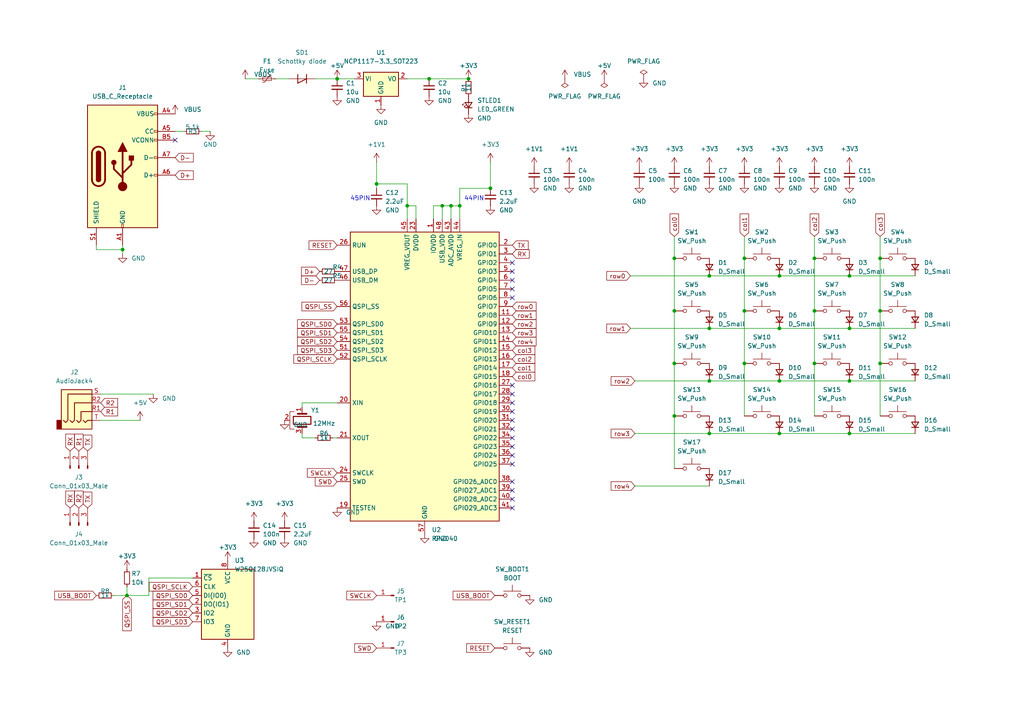
<source format=kicad_sch>
(kicad_sch (version 20231120) (generator "eeschema") (generator_version "8.0")
  (paper "A4")
  (junction (at 36.83 172.72))
  (junction (at 236.22 105.41))
  (junction (at 109.22 53.34))
  (junction (at 205.74 125.73))
  (junction (at 215.9 90.17))
  (junction (at 195.58 74.93))
  (junction (at 215.9 74.93))
  (junction (at 246.38 110.49))
  (junction (at 195.58 90.17))
  (junction (at 205.74 80.01))
  (junction (at 255.27 90.17))
  (junction (at 133.35 59.69))
  (junction (at 205.74 95.25))
  (junction (at 226.06 125.73))
  (junction (at 226.06 80.01))
  (junction (at 246.38 95.25))
  (junction (at 246.38 125.73))
  (junction (at 118.11 59.69))
  (junction (at 195.58 105.41))
  (junction (at 205.74 110.49))
  (junction (at 124.46 22.86))
  (junction (at 226.06 110.49))
  (junction (at 130.81 59.69))
  (junction (at 236.22 90.17))
  (junction (at 97.79 22.86))
  (junction (at 236.22 74.93))
  (junction (at 226.06 95.25))
  (junction (at 35.56 72.39))
  (junction (at 255.27 105.41))
  (junction (at 142.24 54.61))
  (junction (at 255.27 74.93))
  (junction (at 215.9 105.41))
  (junction (at 195.58 120.65))
  (junction (at 135.89 22.86))
  (junction (at 246.38 80.01))
  (junction (at 128.27 59.69))
  (no_connect (at 148.59 116.84))
  (no_connect (at 148.59 114.3))
  (no_connect (at 148.59 119.38))
  (no_connect (at 148.59 81.28))
  (no_connect (at 148.59 139.7))
  (no_connect (at 148.59 124.46))
  (no_connect (at 148.59 83.82))
  (no_connect (at 148.59 132.08))
  (no_connect (at 148.59 129.54))
  (no_connect (at 148.59 78.74))
  (no_connect (at 148.59 142.24))
  (no_connect (at 148.59 147.32))
  (no_connect (at 50.8 40.64))
  (no_connect (at 148.59 144.78))
  (no_connect (at 148.59 121.92))
  (no_connect (at 148.59 111.76))
  (no_connect (at 148.59 127))
  (no_connect (at 148.59 76.2))
  (no_connect (at 148.59 86.36))
  (no_connect (at 148.59 134.62))
  (wire (pts (xy 142.24 54.61) (xy 133.35 54.61)))
  (wire (pts (xy 118.11 22.86) (xy 124.46 22.86)))
  (wire (pts (xy 133.35 59.69) (xy 133.35 63.5)))
  (wire (pts (xy 195.58 68.58) (xy 195.58 74.93)))
  (wire (pts (xy 27.94 71.12) (xy 27.94 72.39)))
  (wire (pts (xy 96.52 127) (xy 97.79 127)))
  (wire (pts (xy 33.02 172.72) (xy 36.83 172.72)))
  (wire (pts (xy 226.06 125.73) (xy 246.38 125.73)))
  (wire (pts (xy 125.73 59.69) (xy 128.27 59.69)))
  (wire (pts (xy 184.15 140.97) (xy 205.74 140.97)))
  (wire (pts (xy 29.21 114.3) (xy 44.45 114.3)))
  (wire (pts (xy 205.74 125.73) (xy 226.06 125.73)))
  (wire (pts (xy 43.18 172.72) (xy 43.18 167.64)))
  (wire (pts (xy 133.35 54.61) (xy 133.35 59.69)))
  (wire (pts (xy 215.9 105.41) (xy 215.9 120.65)))
  (wire (pts (xy 109.22 53.34) (xy 109.22 54.61)))
  (wire (pts (xy 80.01 22.86) (xy 83.82 22.86)))
  (wire (pts (xy 118.11 59.69) (xy 118.11 63.5)))
  (wire (pts (xy 246.38 95.25) (xy 265.43 95.25)))
  (wire (pts (xy 142.24 46.99) (xy 142.24 54.61)))
  (wire (pts (xy 87.63 127) (xy 91.44 127)))
  (wire (pts (xy 205.74 110.49) (xy 184.15 110.49)))
  (wire (pts (xy 195.58 105.41) (xy 195.58 120.65)))
  (wire (pts (xy 35.56 71.12) (xy 35.56 72.39)))
  (wire (pts (xy 255.27 105.41) (xy 255.27 120.65)))
  (wire (pts (xy 226.06 110.49) (xy 246.38 110.49)))
  (wire (pts (xy 29.21 121.92) (xy 40.64 121.92)))
  (wire (pts (xy 205.74 95.25) (xy 226.06 95.25)))
  (wire (pts (xy 215.9 68.58) (xy 215.9 74.93)))
  (wire (pts (xy 87.63 116.84) (xy 97.79 116.84)))
  (wire (pts (xy 195.58 90.17) (xy 195.58 105.41)))
  (wire (pts (xy 91.44 22.86) (xy 97.79 22.86)))
  (wire (pts (xy 236.22 90.17) (xy 236.22 105.41)))
  (wire (pts (xy 195.58 120.65) (xy 195.58 135.89)))
  (wire (pts (xy 120.65 59.69) (xy 118.11 59.69)))
  (wire (pts (xy 236.22 74.93) (xy 236.22 90.17)))
  (wire (pts (xy 120.65 59.69) (xy 120.65 63.5)))
  (wire (pts (xy 58.42 38.1) (xy 60.96 38.1)))
  (wire (pts (xy 128.27 59.69) (xy 128.27 63.5)))
  (wire (pts (xy 182.88 80.01) (xy 205.74 80.01)))
  (wire (pts (xy 97.79 22.86) (xy 102.87 22.86)))
  (wire (pts (xy 195.58 74.93) (xy 195.58 90.17)))
  (wire (pts (xy 71.12 22.86) (xy 74.93 22.86)))
  (wire (pts (xy 109.22 53.34) (xy 118.11 53.34)))
  (wire (pts (xy 36.83 172.72) (xy 43.18 172.72)))
  (wire (pts (xy 205.74 110.49) (xy 226.06 110.49)))
  (wire (pts (xy 236.22 105.41) (xy 236.22 120.65)))
  (wire (pts (xy 255.27 68.58) (xy 255.27 74.93)))
  (wire (pts (xy 215.9 74.93) (xy 215.9 90.17)))
  (wire (pts (xy 87.63 125.73) (xy 87.63 127)))
  (wire (pts (xy 236.22 68.58) (xy 236.22 74.93)))
  (wire (pts (xy 36.83 170.18) (xy 36.83 172.72)))
  (wire (pts (xy 205.74 80.01) (xy 226.06 80.01)))
  (wire (pts (xy 255.27 74.93) (xy 255.27 90.17)))
  (wire (pts (xy 246.38 80.01) (xy 265.43 80.01)))
  (wire (pts (xy 226.06 95.25) (xy 246.38 95.25)))
  (wire (pts (xy 87.63 116.84) (xy 87.63 118.11)))
  (wire (pts (xy 109.22 46.99) (xy 109.22 53.34)))
  (wire (pts (xy 118.11 53.34) (xy 118.11 59.69)))
  (wire (pts (xy 246.38 110.49) (xy 265.43 110.49)))
  (wire (pts (xy 255.27 90.17) (xy 255.27 105.41)))
  (wire (pts (xy 124.46 22.86) (xy 135.89 22.86)))
  (wire (pts (xy 128.27 59.69) (xy 130.81 59.69)))
  (wire (pts (xy 182.88 95.25) (xy 205.74 95.25)))
  (wire (pts (xy 130.81 59.69) (xy 133.35 59.69)))
  (wire (pts (xy 125.73 59.69) (xy 125.73 63.5)))
  (wire (pts (xy 50.8 38.1) (xy 53.34 38.1)))
  (wire (pts (xy 27.94 72.39) (xy 35.56 72.39)))
  (wire (pts (xy 130.81 59.69) (xy 130.81 63.5)))
  (wire (pts (xy 226.06 80.01) (xy 246.38 80.01)))
  (wire (pts (xy 215.9 90.17) (xy 215.9 105.41)))
  (wire (pts (xy 246.38 125.73) (xy 265.43 125.73)))
  (wire (pts (xy 205.74 125.73) (xy 184.15 125.73)))
  (wire (pts (xy 43.18 167.64) (xy 55.88 167.64)))
  (wire (pts (xy 35.56 72.39) (xy 35.56 73.66)))
  (text "45PIN" (at 101.6 58.42 0) (effects (font (size 1.27 1.27)) (justify left bottom)))
  (text "44PIN" (at 134.62 58.42 0) (effects (font (size 1.27 1.27)) (justify left bottom)))
  (global_label "row0" (shape input) (at 148.59 88.9 0) (property "Intersheetrefs" "${INTERSHEET_REFS}" (effects (hide yes))) (property "シート間のリファレンス" "${INTERSHEET_REFS}" (effects (hide yes))))
  (global_label "R1" (shape input) (at 29.21 119.38 0) (property "Intersheetrefs" "${INTERSHEET_REFS}" (effects (hide yes))) (property "シート間のリファレンス" "${INTERSHEET_REFS}" (effects (hide yes))))
  (global_label "row2" (shape input) (at 184.15 110.49 180) (property "Intersheetrefs" "${INTERSHEET_REFS}" (effects (hide yes))))
  (global_label "RESET" (shape input) (at 97.79 71.12 180) (property "Intersheetrefs" "${INTERSHEET_REFS}" (effects (hide yes))))
  (global_label "TX" (shape input) (at 25.4 147.32 90) (property "Intersheetrefs" "${INTERSHEET_REFS}" (effects (hide yes))) (property "シート間のリファレンス" "${INTERSHEET_REFS}" (effects (hide yes))))
  (global_label "RX" (shape input) (at 20.32 130.81 90) (property "Intersheetrefs" "${INTERSHEET_REFS}" (effects (hide yes))) (property "シート間のリファレンス" "${INTERSHEET_REFS}" (effects (hide yes))))
  (global_label "USB_BOOT" (shape input) (at 27.94 172.72 180) (property "Intersheetrefs" "${INTERSHEET_REFS}" (effects (hide yes))))
  (global_label "col1" (shape input) (at 148.59 106.68 0) (property "Intersheetrefs" "${INTERSHEET_REFS}" (effects (hide yes))) (property "シート間のリファレンス" "${INTERSHEET_REFS}" (effects (hide yes))))
  (global_label "RX" (shape input) (at 148.59 73.66 0) (property "Intersheetrefs" "${INTERSHEET_REFS}" (effects (hide yes))) (property "シート間のリファレンス" "${INTERSHEET_REFS}" (effects (hide yes))))
  (global_label "row3" (shape input) (at 148.59 96.52 0) (property "Intersheetrefs" "${INTERSHEET_REFS}" (effects (hide yes))))
  (global_label "QSPI_SD2" (shape input) (at 55.88 177.8 180) (property "Intersheetrefs" "${INTERSHEET_REFS}" (effects (hide yes))))
  (global_label "R1" (shape input) (at 22.86 130.81 90) (property "Intersheetrefs" "${INTERSHEET_REFS}" (effects (hide yes))) (property "シート間のリファレンス" "${INTERSHEET_REFS}" (effects (hide yes))))
  (global_label "row1" (shape input) (at 148.59 91.44 0) (property "Intersheetrefs" "${INTERSHEET_REFS}" (effects (hide yes))) (property "シート間のリファレンス" "${INTERSHEET_REFS}" (effects (hide yes))))
  (global_label "QSPI_SCLK" (shape input) (at 55.88 170.18 180) (property "Intersheetrefs" "${INTERSHEET_REFS}" (effects (hide yes))))
  (global_label "col2" (shape input) (at 236.22 68.58 90) (property "Intersheetrefs" "${INTERSHEET_REFS}" (effects (hide yes))) (property "シート間のリファレンス" "${INTERSHEET_REFS}" (effects (hide yes))))
  (global_label "row1" (shape input) (at 182.88 95.25 180) (property "Intersheetrefs" "${INTERSHEET_REFS}" (effects (hide yes))) (property "シート間のリファレンス" "${INTERSHEET_REFS}" (effects (hide yes))))
  (global_label "col0" (shape input) (at 148.59 109.22 0) (property "Intersheetrefs" "${INTERSHEET_REFS}" (effects (hide yes))) (property "シート間のリファレンス" "${INTERSHEET_REFS}" (effects (hide yes))))
  (global_label "TX" (shape input) (at 25.4 130.81 90) (property "Intersheetrefs" "${INTERSHEET_REFS}" (effects (hide yes))) (property "シート間のリファレンス" "${INTERSHEET_REFS}" (effects (hide yes))))
  (global_label "D+" (shape input) (at 50.8 50.8 0) (property "Intersheetrefs" "${INTERSHEET_REFS}" (effects (hide yes))))
  (global_label "col1" (shape input) (at 215.9 68.58 90) (property "Intersheetrefs" "${INTERSHEET_REFS}" (effects (hide yes))) (property "シート間のリファレンス" "${INTERSHEET_REFS}" (effects (hide yes))))
  (global_label "row2" (shape input) (at 148.59 93.98 0) (property "Intersheetrefs" "${INTERSHEET_REFS}" (effects (hide yes))))
  (global_label "col0" (shape input) (at 195.58 68.58 90) (property "Intersheetrefs" "${INTERSHEET_REFS}" (effects (hide yes))) (property "シート間のリファレンス" "${INTERSHEET_REFS}" (effects (hide yes))))
  (global_label "col3" (shape input) (at 255.27 68.58 90) (property "Intersheetrefs" "${INTERSHEET_REFS}" (effects (hide yes))) (property "シート間のリファレンス" "${INTERSHEET_REFS}" (effects (hide yes))))
  (global_label "QSPI_SS" (shape input) (at 97.79 88.9 180) (property "Intersheetrefs" "${INTERSHEET_REFS}" (effects (hide yes))))
  (global_label "QSPI_SD1" (shape input) (at 97.79 96.52 180) (property "Intersheetrefs" "${INTERSHEET_REFS}" (effects (hide yes))))
  (global_label "row4" (shape input) (at 184.15 140.97 180) (property "Intersheetrefs" "${INTERSHEET_REFS}" (effects (hide yes))))
  (global_label "QSPI_SD3" (shape input) (at 55.88 180.34 180) (property "Intersheetrefs" "${INTERSHEET_REFS}" (effects (hide yes))))
  (global_label "SWCLK" (shape input) (at 97.79 137.16 180) (property "Intersheetrefs" "${INTERSHEET_REFS}" (effects (hide yes))))
  (global_label "QSPI_SD2" (shape input) (at 97.79 99.06 180) (property "Intersheetrefs" "${INTERSHEET_REFS}" (effects (hide yes))))
  (global_label "QSPI_SD1" (shape input) (at 55.88 175.26 180) (property "Intersheetrefs" "${INTERSHEET_REFS}" (effects (hide yes))))
  (global_label "D-" (shape input) (at 50.8 45.72 0) (property "Intersheetrefs" "${INTERSHEET_REFS}" (effects (hide yes))))
  (global_label "SWD" (shape input) (at 97.79 139.7 180) (property "Intersheetrefs" "${INTERSHEET_REFS}" (effects (hide yes))))
  (global_label "row0" (shape input) (at 182.88 80.01 180) (property "Intersheetrefs" "${INTERSHEET_REFS}" (effects (hide yes))) (property "シート間のリファレンス" "${INTERSHEET_REFS}" (effects (hide yes))))
  (global_label "RESET" (shape input) (at 143.51 187.96 180) (property "Intersheetrefs" "${INTERSHEET_REFS}" (effects (hide yes))))
  (global_label "R2" (shape input) (at 22.86 147.32 90) (property "Intersheetrefs" "${INTERSHEET_REFS}" (effects (hide yes))) (property "シート間のリファレンス" "${INTERSHEET_REFS}" (effects (hide yes))))
  (global_label "D+" (shape input) (at 92.71 78.74 180) (property "Intersheetrefs" "${INTERSHEET_REFS}" (effects (hide yes))))
  (global_label "QSPI_SD0" (shape input) (at 97.79 93.98 180) (property "Intersheetrefs" "${INTERSHEET_REFS}" (effects (hide yes))))
  (global_label "col2" (shape input) (at 148.59 104.14 0) (property "Intersheetrefs" "${INTERSHEET_REFS}" (effects (hide yes))) (property "シート間のリファレンス" "${INTERSHEET_REFS}" (effects (hide yes))))
  (global_label "SWCLK" (shape input) (at 109.22 172.72 180) (property "Intersheetrefs" "${INTERSHEET_REFS}" (effects (hide yes))))
  (global_label "row3" (shape input) (at 184.15 125.73 180) (property "Intersheetrefs" "${INTERSHEET_REFS}" (effects (hide yes))))
  (global_label "R2" (shape input) (at 29.21 116.84 0) (property "Intersheetrefs" "${INTERSHEET_REFS}" (effects (hide yes))) (property "シート間のリファレンス" "${INTERSHEET_REFS}" (effects (hide yes))))
  (global_label "RX" (shape input) (at 20.32 147.32 90) (property "Intersheetrefs" "${INTERSHEET_REFS}" (effects (hide yes))) (property "シート間のリファレンス" "${INTERSHEET_REFS}" (effects (hide yes))))
  (global_label "row4" (shape input) (at 148.59 99.06 0) (property "Intersheetrefs" "${INTERSHEET_REFS}" (effects (hide yes))))
  (global_label "col3" (shape input) (at 148.59 101.6 0) (property "Intersheetrefs" "${INTERSHEET_REFS}" (effects (hide yes))) (property "シート間のリファレンス" "${INTERSHEET_REFS}" (effects (hide yes))))
  (global_label "USB_BOOT" (shape input) (at 143.51 172.72 180) (property "Intersheetrefs" "${INTERSHEET_REFS}" (effects (hide yes))))
  (global_label "QSPI_SD0" (shape input) (at 55.88 172.72 180) (property "Intersheetrefs" "${INTERSHEET_REFS}" (effects (hide yes))))
  (global_label "TX" (shape input) (at 148.59 71.12 0) (property "Intersheetrefs" "${INTERSHEET_REFS}" (effects (hide yes))) (property "シート間のリファレンス" "${INTERSHEET_REFS}" (effects (hide yes))))
  (global_label "D-" (shape input) (at 92.71 81.28 180) (property "Intersheetrefs" "${INTERSHEET_REFS}" (effects (hide yes))))
  (global_label "QSPI_SS" (shape input) (at 36.83 172.72 270) (property "Intersheetrefs" "${INTERSHEET_REFS}" (effects (hide yes))))
  (global_label "QSPI_SD3" (shape input) (at 97.79 101.6 180) (property "Intersheetrefs" "${INTERSHEET_REFS}" (effects (hide yes))))
  (global_label "SWD" (shape input) (at 109.22 187.96 180) (property "Intersheetrefs" "${INTERSHEET_REFS}" (effects (hide yes))))
  (global_label "QSPI_SCLK" (shape input) (at 97.79 104.14 180) (property "Intersheetrefs" "${INTERSHEET_REFS}" (effects (hide yes))))
  (symbol (lib_id "power:GND") (at 97.79 27.94 0) (unit 1)
    (property "Reference" "#PWR08" (effects (hide yes)))
    (property "Value" "GND" (at 100.33 29.2099 0) (effects (justify left)))
    (property "Description" "Power symbol creates a global label with name \"GND\" , ground" (effects (hide yes)))
  )
  (symbol (lib_id "Switch:SW_Push") (at 260.35 105.41 0) (unit 1)
    (property "Reference" "SW12" (at 260.35 97.79 0))
    (property "Value" "SW_Push" (at 260.35 100.33 0))
    (property "Footprint" "Button_Switch_Keyboard:SW_Cherry_MX_1.00u_PCB" (effects (hide yes)))
  )
  (symbol (lib_id "power:+3V3") (at 142.24 46.99 0) (unit 1)
    (property "Reference" "#PWR014" (effects (hide yes)))
    (property "Value" "+3V3" (at 142.24 41.91 0))
    (property "Description" "Power symbol creates a global label with name \"+3V3\"" (effects (hide yes)))
  )
  (symbol (lib_id "power:+3V3") (at 73.66 151.13 0) (unit 1)
    (property "Reference" "#PWR040" (effects (hide yes)))
    (property "Value" "+3V3" (at 73.66 146.05 0))
    (property "Description" "Power symbol creates a global label with name \"+3V3\"" (effects (hide yes)))
  )
  (symbol (lib_id "power:PWR_FLAG") (at 163.83 22.86 180) (unit 1)
    (property "Reference" "#FLG01" (effects (hide yes)))
    (property "Value" "PWR_FLAG" (at 163.83 27.94 0))
    (property "Description" "Special symbol for telling ERC where power comes from" (effects (hide yes)))
  )
  (symbol (lib_id "Switch:SW_Push") (at 260.35 90.17 0) (unit 1)
    (property "Reference" "SW8" (at 260.35 82.55 0))
    (property "Value" "SW_Push" (at 260.35 85.09 0))
    (property "Footprint" "Button_Switch_Keyboard:SW_Cherry_MX_1.00u_PCB" (effects (hide yes)))
  )
  (symbol (lib_id "power:GND") (at 215.9 53.34 0) (unit 1)
    (property "Reference" "#PWR029" (effects (hide yes)))
    (property "Value" "GND" (at 218.44 54.6099 0) (effects (justify left)))
    (property "Description" "Power symbol creates a global label with name \"GND\" , ground" (effects (hide yes)))
  )
  (symbol (lib_id "power:+3V3") (at 66.04 162.56 0) (unit 1)
    (property "Reference" "#PWR046" (effects (hide yes)))
    (property "Value" "+3V3" (at 66.04 158.75 0))
    (property "Description" "Power symbol creates a global label with name \"+3V3\"" (effects (hide yes)))
  )
  (symbol (lib_id "Switch:SW_Push") (at 220.98 74.93 0) (unit 1)
    (property "Reference" "SW2" (at 220.98 67.31 0))
    (property "Value" "SW_Push" (at 220.98 69.85 0))
    (property "Footprint" "Button_Switch_Keyboard:SW_Cherry_MX_1.00u_PCB" (effects (hide yes)))
  )
  (symbol (lib_id "power:GND") (at 226.06 53.34 0) (unit 1)
    (property "Reference" "#PWR030" (effects (hide yes)))
    (property "Value" "GND" (at 228.6 54.6099 0) (effects (justify left)))
    (property "Description" "Power symbol creates a global label with name \"GND\" , ground" (effects (hide yes)))
  )
  (symbol (lib_id "power:+3V3") (at 185.42 48.26 0) (unit 1)
    (property "Reference" "#PWR017" (effects (hide yes)))
    (property "Value" "+3V3" (at 185.42 43.18 0))
    (property "Description" "Power symbol creates a global label with name \"+3V3\"" (effects (hide yes)))
  )
  (symbol (lib_id "MCU_RaspberryPi:RP2040") (at 123.19 109.22 0) (unit 1)
    (property "Reference" "U2" (at 125.2094 153.67 0) (effects (justify left)))
    (property "Value" "RP2040" (at 125.2094 156.21 0) (effects (justify left)))
    (property "Footprint" "Package_DFN_QFN:QFN-56-1EP_7x7mm_P0.4mm_EP3.2x3.2mm" (effects (hide yes)))
    (property "Datasheet" "https://datasheets.raspberrypi.com/rp2040/rp2040-datasheet.pdf" (effects (hide yes)))
    (property "Description" "A microcontroller by Raspberry Pi" (effects (hide yes)))
  )
  (symbol (lib_id "power:GND") (at 82.55 121.92 0) (unit 1)
    (property "Reference" "#PWR038" (effects (hide yes)))
    (property "Value" "GND" (at 85.09 123.1899 0) (effects (justify left)))
    (property "Description" "Power symbol creates a global label with name \"GND\" , ground" (effects (hide yes)))
  )
  (symbol (lib_id "power:GND") (at 109.22 59.69 0) (unit 1)
    (property "Reference" "#PWR033" (effects (hide yes)))
    (property "Value" "GND" (at 111.76 60.9599 0) (effects (justify left)))
    (property "Description" "Power symbol creates a global label with name \"GND\" , ground" (effects (hide yes)))
  )
  (symbol (lib_id "Device:C_Small") (at 142.24 57.15 0) (unit 1)
    (property "Reference" "C13" (at 144.78 55.8862 0) (effects (justify left)))
    (property "Value" "2.2uF" (at 144.78 58.4262 0) (effects (justify left)))
    (property "Footprint" "Capacitor_SMD:C_0402_1005Metric" (effects (hide yes)))
  )
  (symbol (lib_id "Switch:SW_Push") (at 200.66 90.17 0) (unit 1)
    (property "Reference" "SW5" (at 200.66 82.55 0))
    (property "Value" "SW_Push" (at 200.66 85.09 0))
    (property "Footprint" "Button_Switch_Keyboard:SW_Cherry_MX_1.00u_PCB" (effects (hide yes)))
  )
  (symbol (lib_id "Device:R_Small") (at 95.25 78.74 270) (unit 1)
    (property "Reference" "R4" (at 97.79 77.47 90))
    (property "Value" "27" (at 95.25 78.74 90))
    (property "Footprint" "Resistor_SMD:R_0402_1005Metric" (effects (hide yes)))
  )
  (symbol (lib_id "power:+3V3") (at 215.9 48.26 0) (unit 1)
    (property "Reference" "#PWR020" (effects (hide yes)))
    (property "Value" "+3V3" (at 215.9 43.18 0))
    (property "Description" "Power symbol creates a global label with name \"+3V3\"" (effects (hide yes)))
  )
  (symbol (lib_id "power:VBUS") (at 50.8 33.02 0) (unit 1)
    (property "Reference" "#PWR01" (effects (hide yes)))
    (property "Value" "VBUS" (at 53.34 31.7499 0) (effects (justify left)))
    (property "Description" "Power symbol creates a global label with name \"VBUS\"" (effects (hide yes)))
  )
  (symbol (lib_id "power:GND") (at 165.1 53.34 0) (unit 1)
    (property "Reference" "#PWR025" (effects (hide yes)))
    (property "Value" "GND" (at 167.64 54.6099 0) (effects (justify left)))
    (property "Description" "Power symbol creates a global label with name \"GND\" , ground" (effects (hide yes)))
  )
  (symbol (lib_id "Device:C_Small") (at 165.1 50.8 0) (unit 1)
    (property "Reference" "C4" (at 167.64 49.5362 0) (effects (justify left)))
    (property "Value" "100n" (at 167.64 52.0762 0) (effects (justify left)))
    (property "Footprint" "Capacitor_SMD:C_0402_1005Metric" (effects (hide yes)))
  )
  (symbol (lib_id "power:+3V3") (at 135.89 22.86 0) (unit 1)
    (property "Reference" "#PWR04" (effects (hide yes)))
    (property "Value" "+3V3" (at 135.89 19.05 0))
    (property "Description" "Power symbol creates a global label with name \"+3V3\"" (effects (hide yes)))
  )
  (symbol (lib_id "power:GND") (at 205.74 53.34 0) (unit 1)
    (property "Reference" "#PWR028" (effects (hide yes)))
    (property "Value" "GND" (at 208.28 54.6099 0) (effects (justify left)))
    (property "Description" "Power symbol creates a global label with name \"GND\" , ground" (effects (hide yes)))
  )
  (symbol (lib_id "Device:C_Small") (at 236.22 50.8 0) (unit 1)
    (property "Reference" "C10" (at 238.76 49.5362 0) (effects (justify left)))
    (property "Value" "100n" (at 238.76 52.0762 0) (effects (justify left)))
    (property "Footprint" "Capacitor_SMD:C_0402_1005Metric" (effects (hide yes)))
  )
  (symbol (lib_id "power:+3V3") (at 246.38 48.26 0) (unit 1)
    (property "Reference" "#PWR023" (effects (hide yes)))
    (property "Value" "+3V3" (at 246.38 43.18 0))
    (property "Description" "Power symbol creates a global label with name \"+3V3\"" (effects (hide yes)))
  )
  (symbol (lib_id "Connector:Conn_01x03_Pin") (at 22.86 135.89 90) (unit 1)
    (property "Reference" "J3" (at 22.86 138.43 90))
    (property "Value" "Conn_01x03_Male" (at 22.86 140.97 90))
    (property "Footprint" "Jumper:SolderJumper-3_P1.3mm_Open_Pad1.0x1.5mm_NumberLabels" (effects (hide yes)))
    (property "Description" "Generic connector, single row, 01x03, script generated" (effects (hide yes)))
  )
  (symbol (lib_id "Device:C_Small") (at 73.66 153.67 0) (unit 1)
    (property "Reference" "C14" (at 76.2 152.4062 0) (effects (justify left)))
    (property "Value" "100n" (at 76.2 154.9462 0) (effects (justify left)))
    (property "Footprint" "Capacitor_SMD:C_0402_1005Metric" (effects (hide yes)))
  )
  (symbol (lib_id "power:GND") (at 153.67 172.72 0) (unit 1)
    (property "Reference" "#PWR047" (effects (hide yes)))
    (property "Value" "GND" (at 156.21 173.9899 0) (effects (justify left)))
    (property "Description" "Power symbol creates a global label with name \"GND\" , ground" (effects (hide yes)))
  )
  (symbol (lib_id "Device:D_Small") (at 205.74 138.43 90) (unit 1)
    (property "Reference" "D17" (at 208.28 137.1599 90) (effects (justify right)))
    (property "Value" "D_Small" (at 208.28 139.6999 90) (effects (justify right)))
    (property "Footprint" "Diode_SMD:D_SOD-123" (effects (hide yes)))
    (property "Description" "Diode, small symbol" (effects (hide yes)))
    (property "Sim.Device" "D" (effects (hide yes)))
    (property "Sim.Pins" "1=K 2=A" (effects (hide yes)))
  )
  (symbol (lib_id "power:GND") (at 124.46 27.94 0) (unit 1)
    (property "Reference" "#PWR09" (effects (hide yes)))
    (property "Value" "GND" (at 127 29.2099 0) (effects (justify left)))
    (property "Description" "Power symbol creates a global label with name \"GND\" , ground" (effects (hide yes)))
  )
  (symbol (lib_id "power:+1V1") (at 165.1 48.26 0) (unit 1)
    (property "Reference" "#PWR016" (effects (hide yes)))
    (property "Value" "+1V1" (at 165.1 43.18 0))
    (property "Description" "Power symbol creates a global label with name \"+1V1\"" (effects (hide yes)))
  )
  (symbol (lib_id "power:GND") (at 195.58 53.34 0) (unit 1)
    (property "Reference" "#PWR027" (effects (hide yes)))
    (property "Value" "GND" (at 198.12 54.6099 0) (effects (justify left)))
    (property "Description" "Power symbol creates a global label with name \"GND\" , ground" (effects (hide yes)))
  )
  (symbol (lib_id "power:+1V1") (at 109.22 46.99 0) (unit 1)
    (property "Reference" "#PWR013" (effects (hide yes)))
    (property "Value" "+1V1" (at 109.22 41.91 0))
    (property "Description" "Power symbol creates a global label with name \"+1V1\"" (effects (hide yes)))
  )
  (symbol (lib_id "Device:C_Small") (at 246.38 50.8 0) (unit 1)
    (property "Reference" "C11" (at 248.92 49.5362 0) (effects (justify left)))
    (property "Value" "100n" (at 248.92 52.0762 0) (effects (justify left)))
    (property "Footprint" "Capacitor_SMD:C_0402_1005Metric" (effects (hide yes)))
  )
  (symbol (lib_id "power:+5V") (at 175.26 22.86 0) (unit 1)
    (property "Reference" "#PWR06" (effects (hide yes)))
    (property "Value" "+5V" (at 175.26 19.05 0))
    (property "Description" "Power symbol creates a global label with name \"+5V\"" (effects (hide yes)))
  )
  (symbol (lib_id "Switch:SW_Push") (at 200.66 135.89 0) (unit 1)
    (property "Reference" "SW17" (at 200.66 128.27 0))
    (property "Value" "SW_Push" (at 200.66 130.81 0))
    (property "Footprint" "Button_Switch_Keyboard:SW_Cherry_MX_1.00u_PCB" (effects (hide yes)))
  )
  (symbol (lib_id "power:GND") (at 186.69 22.86 0) (unit 1)
    (property "Reference" "#PWR07" (effects (hide yes)))
    (property "Value" "GND" (at 189.23 24.1299 0) (effects (justify left)))
    (property "Description" "Power symbol creates a global label with name \"GND\" , ground" (effects (hide yes)))
  )
  (symbol (lib_id "power:GND") (at 185.42 53.34 0) (unit 1)
    (property "Reference" "#PWR026" (effects (hide yes)))
    (property "Value" "GND" (at 185.42 58.42 0))
    (property "Description" "Power symbol creates a global label with name \"GND\" , ground" (effects (hide yes)))
  )
  (symbol (lib_id "Device:R_Small") (at 93.98 127 90) (unit 1)
    (property "Reference" "R6" (at 93.98 125.73 90))
    (property "Value" "1k" (at 93.98 127 90))
    (property "Footprint" "Resistor_SMD:R_0402_1005Metric" (effects (hide yes)))
  )
  (symbol (lib_id "Device:R_Small") (at 135.89 25.4 180) (unit 1)
    (property "Reference" "R1" (at 134.62 25.4 90))
    (property "Value" "1k" (at 135.89 25.4 90))
    (property "Footprint" "Resistor_SMD:R_0402_1005Metric" (effects (hide yes)))
  )
  (symbol (lib_id "power:GND") (at 44.45 114.3 0) (unit 1)
    (property "Reference" "#PWR036" (effects (hide yes)))
    (property "Value" "GND" (at 46.99 115.5699 0) (effects (justify left)))
    (property "Description" "Power symbol creates a global label with name \"GND\" , ground" (effects (hide yes)))
  )
  (symbol (lib_id "Device:Polyfuse_Small") (at 77.47 22.86 90) (unit 1)
    (property "Reference" "F1" (at 77.47 17.78 90))
    (property "Value" "Fuse" (at 77.47 20.32 90))
    (property "Footprint" "Fuse:Fuse_0603_1608Metric" (effects (hide yes)))
    (property "LCSC" "C122965" (effects (hide yes)))
  )
  (symbol (lib_id "Device:D_Small") (at 205.74 123.19 90) (unit 1)
    (property "Reference" "D13" (at 208.28 121.9199 90) (effects (justify right)))
    (property "Value" "D_Small" (at 208.28 124.4599 90) (effects (justify right)))
    (property "Footprint" "Diode_SMD:D_SOD-123" (effects (hide yes)))
    (property "Description" "Diode, small symbol" (effects (hide yes)))
    (property "Sim.Device" "D" (effects (hide yes)))
    (property "Sim.Pins" "1=K 2=A" (effects (hide yes)))
  )
  (symbol (lib_id "Connector:Conn_01x01_Pin") (at 114.3 180.34 180) (unit 1)
    (property "Reference" "J6" (at 116.205 179.07 0))
    (property "Value" "TP2" (at 116.205 181.61 0))
    (property "Footprint" "TestPoint:TestPoint_Pad_D1.0mm" (effects (hide yes)))
    (property "Description" "Generic connector, single row, 01x01, script generated" (effects (hide yes)))
  )
  (symbol (lib_id "power:VBUS") (at 71.12 22.86 0) (unit 1)
    (property "Reference" "#PWR02" (effects (hide yes)))
    (property "Value" "VBUS" (at 73.66 21.5899 0) (effects (justify left)))
    (property "Description" "Power symbol creates a global label with name \"VBUS\"" (effects (hide yes)))
  )
  (symbol (lib_id "Device:C_Small") (at 109.22 57.15 0) (unit 1)
    (property "Reference" "C12" (at 111.76 55.8862 0) (effects (justify left)))
    (property "Value" "2.2uF" (at 111.76 58.4262 0) (effects (justify left)))
    (property "Footprint" "Capacitor_SMD:C_0402_1005Metric" (effects (hide yes)))
  )
  (symbol (lib_id "power:+5V") (at 97.79 22.86 0) (unit 1)
    (property "Reference" "#PWR03" (effects (hide yes)))
    (property "Value" "+5V" (at 97.79 19.05 0))
    (property "Description" "Power symbol creates a global label with name \"+5V\"" (effects (hide yes)))
  )
  (symbol (lib_id "Regulator_Linear:NCP1117-3.3_SOT223") (at 110.49 22.86 0) (unit 1)
    (property "Reference" "U1" (at 110.49 15.24 0))
    (property "Value" "NCP1117-3.3_SOT223" (at 110.49 17.78 0))
    (property "Footprint" "Package_TO_SOT_SMD:SOT-223-3_TabPin2" (effects (hide yes)))
    (property "Datasheet" "http://www.onsemi.com/pub_link/Collateral/NCP1117-D.PDF" (effects (hide yes)))
    (property "Description" "1A Low drop-out regulator, Fixed Output 3.3V, SOT-223" (effects (hide yes)))
  )
  (symbol (lib_id "Device:D_Small") (at 246.38 92.71 90) (unit 1)
    (property "Reference" "D7" (at 248.92 91.4399 90) (effects (justify right)))
    (property "Value" "D_Small" (at 248.92 93.9799 90) (effects (justify right)))
    (property "Footprint" "Diode_SMD:D_SOD-123" (effects (hide yes)))
    (property "Description" "Diode, small symbol" (effects (hide yes)))
    (property "Sim.Device" "D" (effects (hide yes)))
    (property "Sim.Pins" "1=K 2=A" (effects (hide yes)))
  )
  (symbol (lib_id "Device:R_Small") (at 95.25 81.28 270) (unit 1)
    (property "Reference" "R5" (at 97.79 80.01 90))
    (property "Value" "27" (at 95.25 81.28 90))
    (property "Footprint" "Resistor_SMD:R_0402_1005Metric" (effects (hide yes)))
  )
  (symbol (lib_id "Device:LED_Small") (at 135.89 30.48 90) (unit 1)
    (property "Reference" "STLED1" (at 138.43 29.1464 90) (effects (justify right)))
    (property "Value" "LED_GREEN" (at 138.43 31.6864 90) (effects (justify right)))
    (property "Footprint" "LED_SMD:LED_0402_1005Metric" (effects (hide yes)))
  )
  (symbol (lib_id "power:GND") (at 73.66 156.21 0) (unit 1)
    (property "Reference" "#PWR043" (effects (hide yes)))
    (property "Value" "GND" (at 76.2 157.4799 0) (effects (justify left)))
    (property "Description" "Power symbol creates a global label with name \"GND\" , ground" (effects (hide yes)))
  )
  (symbol (lib_id "Device:C_Small") (at 82.55 153.67 0) (unit 1)
    (property "Reference" "C15" (at 85.09 152.4062 0) (effects (justify left)))
    (property "Value" "2.2uF" (at 85.09 154.9462 0) (effects (justify left)))
    (property "Footprint" "Capacitor_SMD:C_0402_1005Metric" (effects (hide yes)))
  )
  (symbol (lib_id "power:GND") (at 142.24 59.69 0) (unit 1)
    (property "Reference" "#PWR034" (effects (hide yes)))
    (property "Value" "GND" (at 144.78 60.9599 0) (effects (justify left)))
    (property "Description" "Power symbol creates a global label with name \"GND\" , ground" (effects (hide yes)))
  )
  (symbol (lib_id "power:GND") (at 97.79 147.32 0) (unit 1)
    (property "Reference" "#PWR039" (effects (hide yes)))
    (property "Value" "GND" (at 100.33 148.5899 0) (effects (justify left)))
    (property "Description" "Power symbol creates a global label with name \"GND\" , ground" (effects (hide yes)))
  )
  (symbol (lib_id "Switch:SW_Push") (at 220.98 105.41 0) (unit 1)
    (property "Reference" "SW10" (at 220.98 97.79 0))
    (property "Value" "SW_Push" (at 220.98 100.33 0))
    (property "Footprint" "Button_Switch_Keyboard:SW_Cherry_MX_1.00u_PCB" (effects (hide yes)))
  )
  (symbol (lib_id "Connector_Audio:AudioJack4") (at 24.13 116.84 0) (unit 1)
    (property "Reference" "J2" (at 21.59 107.95 0))
    (property "Value" "AudioJack4" (at 21.59 110.49 0))
    (property "Footprint" "Connector_Audio:Jack_3.5mm_KoreanHropartsElec_PJ-320D-4A_Horizontal" (effects (hide yes)))
    (property "Description" "Audio Jack, 4 Poles (TRRS)" (effects (hide yes)))
  )
  (symbol (lib_id "Device:R_Small") (at 36.83 167.64 0) (unit 1)
    (property "Reference" "R7" (at 38.1 166.3699 0) (effects (justify left)))
    (property "Value" "10k" (at 38.1 168.9099 0) (effects (justify left)))
    (property "Footprint" "Resistor_SMD:R_0402_1005Metric" (effects (hide yes)))
  )
  (symbol (lib_id "Switch:SW_Push") (at 241.3 74.93 0) (unit 1)
    (property "Reference" "SW3" (at 241.3 67.31 0))
    (property "Value" "SW_Push" (at 241.3 69.85 0))
    (property "Footprint" "Button_Switch_Keyboard:SW_Cherry_MX_1.00u_PCB" (effects (hide yes)))
  )
  (symbol (lib_id "power:PWR_FLAG") (at 175.26 22.86 180) (unit 1)
    (property "Reference" "#FLG02" (effects (hide yes)))
    (property "Value" "PWR_FLAG" (at 175.26 27.94 0))
    (property "Description" "Special symbol for telling ERC where power comes from" (effects (hide yes)))
  )
  (symbol (lib_id "Device:D_Small") (at 265.43 92.71 90) (unit 1)
    (property "Reference" "D8" (at 267.97 91.4399 90) (effects (justify right)))
    (property "Value" "D_Small" (at 267.97 93.9799 90) (effects (justify right)))
    (property "Footprint" "Diode_SMD:D_SOD-123" (effects (hide yes)))
    (property "Description" "Diode, small symbol" (effects (hide yes)))
    (property "Sim.Device" "D" (effects (hide yes)))
    (property "Sim.Pins" "1=K 2=A" (effects (hide yes)))
  )
  (symbol (lib_id "Device:C_Small") (at 195.58 50.8 0) (unit 1)
    (property "Reference" "C6" (at 198.12 49.5362 0) (effects (justify left)))
    (property "Value" "100n" (at 198.12 52.0762 0) (effects (justify left)))
    (property "Footprint" "Capacitor_SMD:C_0402_1005Metric" (effects (hide yes)))
  )
  (symbol (lib_id "power:GND") (at 66.04 187.96 0) (unit 1)
    (property "Reference" "#PWR049" (effects (hide yes)))
    (property "Value" "GND" (at 68.58 189.2299 0) (effects (justify left)))
    (property "Description" "Power symbol creates a global label with name \"GND\" , ground" (effects (hide yes)))
  )
  (symbol (lib_id "Device:D_Small") (at 226.06 107.95 90) (unit 1)
    (property "Reference" "D10" (at 228.6 106.6799 90) (effects (justify right)))
    (property "Value" "D_Small" (at 228.6 109.2199 90) (effects (justify right)))
    (property "Footprint" "Diode_SMD:D_SOD-123" (effects (hide yes)))
    (property "Description" "Diode, small symbol" (effects (hide yes)))
    (property "Sim.Device" "D" (effects (hide yes)))
    (property "Sim.Pins" "1=K 2=A" (effects (hide yes)))
  )
  (symbol (lib_id "Device:Crystal_GND2") (at 87.63 121.92 270) (unit 1)
    (property "Reference" "Y1" (at 91.44 118.999 90))
    (property "Value" "12MHz" (at 93.98 122.809 90))
    (property "Footprint" "Crystal:Resonator_SMD_Murata_CSTxExxV-3Pin_3.0x1.1mm" (effects (hide yes)))
    (property "フィールド4" "CSTNE12M0G550000R0" (effects (hide yes)))
  )
  (symbol (lib_id "power:+3V3") (at 195.58 48.26 0) (unit 1)
    (property "Reference" "#PWR018" (effects (hide yes)))
    (property "Value" "+3V3" (at 195.58 43.18 0))
    (property "Description" "Power symbol creates a global label with name \"+3V3\"" (effects (hide yes)))
  )
  (symbol (lib_id "Switch:SW_Push") (at 148.59 187.96 0) (unit 1)
    (property "Reference" "SW_RESET1" (at 148.59 180.34 0))
    (property "Value" "RESET" (at 148.59 182.88 0))
    (property "Footprint" "Button_Switch_SMD:SW_SPST_PTS810" (effects (hide yes)))
  )
  (symbol (lib_id "Device:D_Small") (at 265.43 123.19 90) (unit 1)
    (property "Reference" "D16" (at 267.97 121.9199 90) (effects (justify right)))
    (property "Value" "D_Small" (at 267.97 124.4599 90) (effects (justify right)))
    (property "Footprint" "Diode_SMD:D_SOD-123" (effects (hide yes)))
    (property "Description" "Diode, small symbol" (effects (hide yes)))
    (property "Sim.Device" "D" (effects (hide yes)))
    (property "Sim.Pins" "1=K 2=A" (effects (hide yes)))
  )
  (symbol (lib_id "power:+3V3") (at 36.83 165.1 0) (unit 1)
    (property "Reference" "#PWR045" (effects (hide yes)))
    (property "Value" "+3V3" (at 36.83 161.29 0))
    (property "Description" "Power symbol creates a global label with name \"+3V3\"" (effects (hide yes)))
  )
  (symbol (lib_id "Device:D_Small") (at 205.74 77.47 90) (unit 1)
    (property "Reference" "D1" (at 208.28 76.1999 90) (effects (justify right)))
    (property "Value" "D_Small" (at 208.28 78.7399 90) (effects (justify right)))
    (property "Footprint" "Diode_SMD:D_SOD-123" (effects (hide yes)))
    (property "Description" "Diode, small symbol" (effects (hide yes)))
    (property "Sim.Device" "D" (effects (hide yes)))
    (property "Sim.Pins" "1=K 2=A" (effects (hide yes)))
  )
  (symbol (lib_id "Device:C_Small") (at 124.46 25.4 0) (unit 1)
    (property "Reference" "C2" (at 127 24.1362 0) (effects (justify left)))
    (property "Value" "10u" (at 127 26.6762 0) (effects (justify left)))
    (property "Footprint" "Capacitor_SMD:C_1206_3216Metric" (effects (hide yes)))
  )
  (symbol (lib_id "Device:D_Small") (at 205.74 92.71 90) (unit 1)
    (property "Reference" "D5" (at 208.28 91.4399 90) (effects (justify right)))
    (property "Value" "D_Small" (at 208.28 93.9799 90) (effects (justify right)))
    (property "Footprint" "Diode_SMD:D_SOD-123" (effects (hide yes)))
    (property "Description" "Diode, small symbol" (effects (hide yes)))
    (property "Sim.Device" "D" (effects (hide yes)))
    (property "Sim.Pins" "1=K 2=A" (effects (hide yes)))
  )
  (symbol (lib_id "power:GND") (at 154.94 53.34 0) (unit 1)
    (property "Reference" "#PWR024" (effects (hide yes)))
    (property "Value" "GND" (at 157.48 54.6099 0) (effects (justify left)))
    (property "Description" "Power symbol creates a global label with name \"GND\" , ground" (effects (hide yes)))
  )
  (symbol (lib_id "power:GND") (at 109.22 180.34 0) (unit 1)
    (property "Reference" "#PWR048" (effects (hide yes)))
    (property "Value" "GND" (at 111.76 181.6099 0) (effects (justify left)))
    (property "Description" "Power symbol creates a global label with name \"GND\" , ground" (effects (hide yes)))
  )
  (symbol (lib_id "power:+3V3") (at 82.55 151.13 0) (unit 1)
    (property "Reference" "#PWR041" (effects (hide yes)))
    (property "Value" "+3V3" (at 82.55 146.05 0))
    (property "Description" "Power symbol creates a global label with name \"+3V3\"" (effects (hide yes)))
  )
  (symbol (lib_id "Switch:SW_Push") (at 260.35 120.65 0) (unit 1)
    (property "Reference" "SW16" (at 260.35 113.03 0))
    (property "Value" "SW_Push" (at 260.35 115.57 0))
    (property "Footprint" "Button_Switch_Keyboard:SW_Cherry_MX_1.00u_PCB" (effects (hide yes)))
  )
  (symbol (lib_id "Device:D_Small") (at 226.06 77.47 90) (unit 1)
    (property "Reference" "D2" (at 228.6 76.1999 90) (effects (justify right)))
    (property "Value" "D_Small" (at 228.6 78.7399 90) (effects (justify right)))
    (property "Footprint" "Diode_SMD:D_SOD-123" (effects (hide yes)))
    (property "Description" "Diode, small symbol" (effects (hide yes)))
    (property "Sim.Device" "D" (effects (hide yes)))
    (property "Sim.Pins" "1=K 2=A" (effects (hide yes)))
  )
  (symbol (lib_id "power:GND") (at 153.67 187.96 0) (unit 1)
    (property "Reference" "#PWR050" (effects (hide yes)))
    (property "Value" "GND" (at 156.21 189.2299 0) (effects (justify left)))
    (property "Description" "Power symbol creates a global label with name \"GND\" , ground" (effects (hide yes)))
  )
  (symbol (lib_id "power:GND") (at 110.49 30.48 0) (unit 1)
    (property "Reference" "#PWR011" (effects (hide yes)))
    (property "Value" "GND" (at 110.49 35.56 0))
    (property "Description" "Power symbol creates a global label with name \"GND\" , ground" (effects (hide yes)))
  )
  (symbol (lib_id "power:+1V1") (at 154.94 48.26 0) (unit 1)
    (property "Reference" "#PWR015" (effects (hide yes)))
    (property "Value" "+1V1" (at 154.94 43.18 0))
    (property "Description" "Power symbol creates a global label with name \"+1V1\"" (effects (hide yes)))
  )
  (symbol (lib_id "Device:D_Small") (at 265.43 77.47 90) (unit 1)
    (property "Reference" "D4" (at 267.97 76.1999 90) (effects (justify right)))
    (property "Value" "D_Small" (at 267.97 78.7399 90) (effects (justify right)))
    (property "Footprint" "Diode_SMD:D_SOD-123" (effects (hide yes)))
    (property "Description" "Diode, small symbol" (effects (hide yes)))
    (property "Sim.Device" "D" (effects (hide yes)))
    (property "Sim.Pins" "1=K 2=A" (effects (hide yes)))
  )
  (symbol (lib_id "Switch:SW_Push") (at 241.3 120.65 0) (unit 1)
    (property "Reference" "SW15" (at 241.3 113.03 0))
    (property "Value" "SW_Push" (at 241.3 115.57 0))
    (property "Footprint" "Button_Switch_Keyboard:SW_Cherry_MX_1.00u_PCB" (effects (hide yes)))
  )
  (symbol (lib_id "Switch:SW_Push") (at 148.59 172.72 0) (unit 1)
    (property "Reference" "SW_BOOT1" (at 148.59 165.1 0))
    (property "Value" "BOOT" (at 148.59 167.64 0))
    (property "Footprint" "Button_Switch_SMD:SW_SPST_PTS810" (effects (hide yes)))
  )
  (symbol (lib_id "power:+3V3") (at 205.74 48.26 0) (unit 1)
    (property "Reference" "#PWR019" (effects (hide yes)))
    (property "Value" "+3V3" (at 205.74 43.18 0))
    (property "Description" "Power symbol creates a global label with name \"+3V3\"" (effects (hide yes)))
  )
  (symbol (lib_id "Device:D_Small") (at 246.38 123.19 90) (unit 1)
    (property "Reference" "D15" (at 248.92 121.9199 90) (effects (justify right)))
    (property "Value" "D_Small" (at 248.92 124.4599 90) (effects (justify right)))
    (property "Footprint" "Diode_SMD:D_SOD-123" (effects (hide yes)))
    (property "Description" "Diode, small symbol" (effects (hide yes)))
    (property "Sim.Device" "D" (effects (hide yes)))
    (property "Sim.Pins" "1=K 2=A" (effects (hide yes)))
  )
  (symbol (lib_id "Device:C_Small") (at 154.94 50.8 0) (unit 1)
    (property "Reference" "C3" (at 157.48 49.5362 0) (effects (justify left)))
    (property "Value" "100n" (at 157.48 52.0762 0) (effects (justify left)))
    (property "Footprint" "Capacitor_SMD:C_0402_1005Metric" (effects (hide yes)))
  )
  (symbol (lib_id "power:VBUS") (at 163.83 22.86 0) (unit 1)
    (property "Reference" "#PWR05" (effects (hide yes)))
    (property "Value" "VBUS" (at 166.37 21.5899 0) (effects (justify left)))
    (property "Description" "Power symbol creates a global label with name \"VBUS\"" (effects (hide yes)))
  )
  (symbol (lib_id "Memory_Flash:W25Q128JVS") (at 66.04 175.26 0) (unit 1)
    (property "Reference" "U3" (at 68.0594 162.56 0) (effects (justify left)))
    (property "Value" "W25Q128JVSIQ" (at 68.0594 165.1 0) (effects (justify left)))
    (property "Footprint" "Package_SO:SOIC-8_5.23x5.23mm_P1.27mm" (effects (hide yes)))
    (property "Datasheet" "http://www.winbond.com/resource-files/w25q128jv_dtr%20revc%2003272018%20plus.pdf" (effects (hide yes)))
    (property "Description" "128Mb Serial Flash Memory, Standard/Dual/Quad SPI, SOIC-8" (effects (hide yes)))
  )
  (symbol (lib_id "Device:D_Small") (at 226.06 123.19 90) (unit 1)
    (property "Reference" "D14" (at 228.6 121.9199 90) (effects (justify right)))
    (property "Value" "D_Small" (at 228.6 124.4599 90) (effects (justify right)))
    (property "Footprint" "Diode_SMD:D_SOD-123" (effects (hide yes)))
    (property "Description" "Diode, small symbol" (effects (hide yes)))
    (property "Sim.Device" "D" (effects (hide yes)))
    (property "Sim.Pins" "1=K 2=A" (effects (hide yes)))
  )
  (symbol (lib_id "power:+3V3") (at 236.22 48.26 0) (unit 1)
    (property "Reference" "#PWR022" (effects (hide yes)))
    (property "Value" "+3V3" (at 236.22 43.18 0))
    (property "Description" "Power symbol creates a global label with name \"+3V3\"" (effects (hide yes)))
  )
  (symbol (lib_id "Switch:SW_Push") (at 241.3 90.17 0) (unit 1)
    (property "Reference" "SW7" (at 241.3 82.55 0))
    (property "Value" "SW_Push" (at 241.3 85.09 0))
    (property "Footprint" "Button_Switch_Keyboard:SW_Cherry_MX_1.00u_PCB" (effects (hide yes)))
  )
  (symbol (lib_id "Connector:USB_C_Plug_USB2.0") (at 35.56 48.26 0) (unit 1)
    (property "Reference" "J1" (at 35.56 25.4 0))
    (property "Value" "USB_C_Receptacle" (at 35.56 27.94 0))
    (property "Footprint" "Connector_USB:USB_C_Receptacle_HRO_TYPE-C-31-M-12" (effects (hide yes)))
    (property "Datasheet" "https://www.usb.org/sites/default/files/documents/usb_type-c.zip" (effects (hide yes)))
    (property "Description" "USB 2.0-only Type-C Plug connector" (effects (hide yes)))
  )
  (symbol (lib_id "Switch:SW_Push") (at 200.66 120.65 0) (unit 1)
    (property "Reference" "SW13" (at 200.66 113.03 0))
    (property "Value" "SW_Push" (at 200.66 115.57 0))
    (property "Footprint" "Button_Switch_Keyboard:SW_Cherry_MX_1.00u_PCB" (effects (hide yes)))
  )
  (symbol (lib_id "Device:D_Small") (at 246.38 107.95 90) (unit 1)
    (property "Reference" "D11" (at 248.92 106.6799 90) (effects (justify right)))
    (property "Value" "D_Small" (at 248.92 109.2199 90) (effects (justify right)))
    (property "Footprint" "Diode_SMD:D_SOD-123" (effects (hide yes)))
    (property "Description" "Diode, small symbol" (effects (hide yes)))
    (property "Sim.Device" "D" (effects (hide yes)))
    (property "Sim.Pins" "1=K 2=A" (effects (hide yes)))
  )
  (symbol (lib_id "Switch:SW_Push") (at 241.3 105.41 0) (unit 1)
    (property "Reference" "SW11" (at 241.3 97.79 0))
    (property "Value" "SW_Push" (at 241.3 100.33 0))
    (property "Footprint" "Button_Switch_Keyboard:SW_Cherry_MX_1.00u_PCB" (effects (hide yes)))
  )
  (symbol (lib_id "power:GND") (at 35.56 73.66 0) (unit 1)
    (property "Reference" "#PWR035" (effects (hide yes)))
    (property "Value" "GND" (at 38.1 74.9299 0) (effects (justify left)))
    (property "Description" "Power symbol creates a global label with name \"GND\" , ground" (effects (hide yes)))
  )
  (symbol (lib_id "Switch:SW_Push") (at 220.98 120.65 0) (unit 1)
    (property "Reference" "SW14" (at 220.98 113.03 0))
    (property "Value" "SW_Push" (at 220.98 115.57 0))
    (property "Footprint" "Button_Switch_Keyboard:SW_Cherry_MX_1.00u_PCB" (effects (hide yes)))
  )
  (symbol (lib_id "Device:R_Small") (at 30.48 172.72 90) (unit 1)
    (property "Reference" "R8" (at 30.48 171.45 90))
    (property "Value" "1k" (at 30.48 172.72 90))
    (property "Footprint" "Resistor_SMD:R_0402_1005Metric" (effects (hide yes)))
  )
  (symbol (lib_id "Switch:SW_Push") (at 220.98 90.17 0) (unit 1)
    (property "Reference" "SW6" (at 220.98 82.55 0))
    (property "Value" "SW_Push" (at 220.98 85.09 0))
    (property "Footprint" "Button_Switch_Keyboard:SW_Cherry_MX_1.00u_PCB" (effects (hide yes)))
  )
  (symbol (lib_id "Device:D_Small") (at 205.74 107.95 90) (unit 1)
    (property "Reference" "D9" (at 208.28 106.6799 90) (effects (justify right)))
    (property "Value" "D_Small" (at 208.28 109.2199 90) (effects (justify right)))
    (property "Footprint" "Diode_SMD:D_SOD-123" (effects (hide yes)))
    (property "Description" "Diode, small symbol" (effects (hide yes)))
    (property "Sim.Device" "D" (effects (hide yes)))
    (property "Sim.Pins" "1=K 2=A" (effects (hide yes)))
  )
  (symbol (lib_id "power:+5V") (at 40.64 121.92 0) (unit 1)
    (property "Reference" "#PWR037" (effects (hide yes)))
    (property "Value" "+5V" (at 40.64 116.84 0))
    (property "Description" "Power symbol creates a global label with name \"+5V\"" (effects (hide yes)))
  )
  (symbol (lib_id "power:GND") (at 135.89 33.02 0) (unit 1)
    (property "Reference" "#PWR012" (effects (hide yes)))
    (property "Value" "GND" (at 138.43 34.2899 0) (effects (justify left)))
    (property "Description" "Power symbol creates a global label with name \"GND\" , ground" (effects (hide yes)))
  )
  (symbol (lib_id "Device:C_Small") (at 226.06 50.8 0) (unit 1)
    (property "Reference" "C9" (at 228.6 49.5362 0) (effects (justify left)))
    (property "Value" "100n" (at 228.6 52.0762 0) (effects (justify left)))
    (property "Footprint" "Capacitor_SMD:C_0402_1005Metric" (effects (hide yes)))
  )
  (symbol (lib_id "Device:C_Small") (at 185.42 50.8 0) (unit 1)
    (property "Reference" "C5" (at 187.96 49.5362 0) (effects (justify left)))
    (property "Value" "100n" (at 187.96 52.0762 0) (effects (justify left)))
    (property "Footprint" "Capacitor_SMD:C_0402_1005Metric" (effects (hide yes)))
  )
  (symbol (lib_id "Device:C_Small") (at 97.79 25.4 0) (unit 1)
    (property "Reference" "C1" (at 100.33 24.1362 0) (effects (justify left)))
    (property "Value" "10u" (at 100.33 26.6762 0) (effects (justify left)))
    (property "Footprint" "Capacitor_SMD:C_1206_3216Metric" (effects (hide yes)))
  )
  (symbol (lib_id "Device:D_Small") (at 226.06 92.71 90) (unit 1)
    (property "Reference" "D6" (at 228.6 91.4399 90) (effects (justify right)))
    (property "Value" "D_Small" (at 228.6 93.9799 90) (effects (justify right)))
    (property "Footprint" "Diode_SMD:D_SOD-123" (effects (hide yes)))
    (property "Description" "Diode, small symbol" (effects (hide yes)))
    (property "Sim.Device" "D" (effects (hide yes)))
    (property "Sim.Pins" "1=K 2=A" (effects (hide yes)))
  )
  (symbol (lib_id "power:GND") (at 123.19 154.94 0) (unit 1)
    (property "Reference" "#PWR042" (effects (hide yes)))
    (property "Value" "GND" (at 125.73 156.2099 0) (effects (justify left)))
    (property "Description" "Power symbol creates a global label with name \"GND\" , ground" (effects (hide yes)))
  )
  (symbol (lib_id "Connector:Conn_01x01_Pin") (at 114.3 172.72 180) (unit 1)
    (property "Reference" "J5" (at 116.205 171.45 0))
    (property "Value" "TP1" (at 116.205 173.99 0))
    (property "Footprint" "TestPoint:TestPoint_Pad_D1.0mm" (effects (hide yes)))
    (property "Description" "Generic connector, single row, 01x01, script generated" (effects (hide yes)))
  )
  (symbol (lib_id "power:GND") (at 60.96 38.1 0) (unit 1)
    (property "Reference" "#PWR010" (effects (hide yes)))
    (property "Value" "GND" (at 60.96 41.91 0))
    (property "Description" "Power symbol creates a global label with name \"GND\" , ground" (effects (hide yes)))
  )
  (symbol (lib_id "Device:D_Small") (at 265.43 107.95 90) (unit 1)
    (property "Reference" "D12" (at 267.97 106.6799 90) (effects (justify right)))
    (property "Value" "D_Small" (at 267.97 109.2199 90) (effects (justify right)))
    (property "Footprint" "Diode_SMD:D_SOD-123" (effects (hide yes)))
    (property "Description" "Diode, small symbol" (effects (hide yes)))
    (property "Sim.Device" "D" (effects (hide yes)))
    (property "Sim.Pins" "1=K 2=A" (effects (hide yes)))
  )
  (symbol (lib_id "Device:D_Shockley") (at 87.63 22.86 180) (unit 1)
    (property "Reference" "SD1" (at 87.63 15.24 0))
    (property "Value" "Schottky diode" (at 87.63 17.78 0))
    (property "Footprint" "Diode_SMD:D_SOD-123" (effects (hide yes)))
  )
  (symbol (lib_id "Connector:Conn_01x03_Pin") (at 22.86 152.4 90) (unit 1)
    (property "Reference" "J4" (at 22.86 154.94 90))
    (property "Value" "Conn_01x03_Male" (at 22.86 157.48 90))
    (property "Footprint" "Jumper:SolderJumper-3_P1.3mm_Open_Pad1.0x1.5mm_NumberLabels" (effects (hide yes)))
    (property "Description" "Generic connector, single row, 01x03, script generated" (effects (hide yes)))
  )
  (symbol (lib_id "Switch:SW_Push") (at 200.66 105.41 0) (unit 1)
    (property "Reference" "SW9" (at 200.66 97.79 0))
    (property "Value" "SW_Push" (at 200.66 100.33 0))
    (property "Footprint" "Button_Switch_Keyboard:SW_Cherry_MX_1.00u_PCB" (effects (hide yes)))
  )
  (symbol (lib_id "Connector:Conn_01x01_Pin") (at 114.3 187.96 180) (unit 1)
    (property "Reference" "J7" (at 116.205 186.69 0))
    (property "Value" "TP3" (at 116.205 189.23 0))
    (property "Footprint" "TestPoint:TestPoint_Pad_D1.0mm" (effects (hide yes)))
    (property "Description" "Generic connector, single row, 01x01, script generated" (effects (hide yes)))
  )
  (symbol (lib_id "Switch:SW_Push") (at 260.35 74.93 0) (unit 1)
    (property "Reference" "SW4" (at 260.35 67.31 0))
    (property "Value" "SW_Push" (at 260.35 69.85 0))
    (property "Footprint" "Button_Switch_Keyboard:SW_Cherry_MX_1.00u_PCB" (effects (hide yes)))
  )
  (symbol (lib_id "Device:D_Small") (at 246.38 77.47 90) (unit 1)
    (property "Reference" "D3" (at 248.92 76.1999 90) (effects (justify right)))
    (property "Value" "D_Small" (at 248.92 78.7399 90) (effects (justify right)))
    (property "Footprint" "Diode_SMD:D_SOD-123" (effects (hide yes)))
    (property "Description" "Diode, small symbol" (effects (hide yes)))
    (property "Sim.Device" "D" (effects (hide yes)))
    (property "Sim.Pins" "1=K 2=A" (effects (hide yes)))
  )
  (symbol (lib_id "Switch:SW_Push") (at 200.66 74.93 0) (unit 1)
    (property "Reference" "SW1" (at 200.66 67.31 0))
    (property "Value" "SW_Push" (at 200.66 69.85 0))
    (property "Footprint" "Button_Switch_Keyboard:SW_Cherry_MX_1.00u_PCB" (effects (hide yes)))
  )
  (symbol (lib_id "power:PWR_FLAG") (at 186.69 22.86 0) (unit 1)
    (property "Reference" "#FLG03" (effects (hide yes)))
    (property "Value" "PWR_FLAG" (at 186.69 17.78 0))
    (property "Description" "Special symbol for telling ERC where power comes from" (effects (hide yes)))
  )
  (symbol (lib_id "power:+3V3") (at 226.06 48.26 0) (unit 1)
    (property "Reference" "#PWR021" (effects (hide yes)))
    (property "Value" "+3V3" (at 226.06 43.18 0))
    (property "Description" "Power symbol creates a global label with name \"+3V3\"" (effects (hide yes)))
  )
  (symbol (lib_id "power:GND") (at 82.55 156.21 0) (unit 1)
    (property "Reference" "#PWR044" (effects (hide yes)))
    (property "Value" "GND" (at 85.09 157.4799 0) (effects (justify left)))
    (property "Description" "Power symbol creates a global label with name \"GND\" , ground" (effects (hide yes)))
  )
  (symbol (lib_id "Device:C_Small") (at 215.9 50.8 0) (unit 1)
    (property "Reference" "C8" (at 218.44 49.5362 0) (effects (justify left)))
    (property "Value" "100n" (at 218.44 52.0762 0) (effects (justify left)))
    (property "Footprint" "Capacitor_SMD:C_0402_1005Metric" (effects (hide yes)))
  )
  (symbol (lib_id "power:GND") (at 236.22 53.34 0) (unit 1)
    (property "Reference" "#PWR031" (effects (hide yes)))
    (property "Value" "GND" (at 238.76 54.6099 0) (effects (justify left)))
    (property "Description" "Power symbol creates a global label with name \"GND\" , ground" (effects (hide yes)))
  )
  (symbol (lib_id "Device:R_Small") (at 55.88 38.1 90) (unit 1)
    (property "Reference" "R3" (at 55.88 38.1 90))
    (property "Value" "5.1k" (at 55.88 36.83 90))
    (property "Footprint" "Resistor_SMD:R_0402_1005Metric" (effects (hide yes)))
  )
  (symbol (lib_id "power:GND") (at 246.38 53.34 0) (unit 1)
    (property "Reference" "#PWR032" (effects (hide yes)))
    (property "Value" "GND" (at 246.38 58.42 0))
    (property "Description" "Power symbol creates a global label with name \"GND\" , ground" (effects (hide yes)))
  )
  (symbol (lib_id "Device:C_Small") (at 205.74 50.8 0) (unit 1)
    (property "Reference" "C7" (at 208.28 49.5362 0) (effects (justify left)))
    (property "Value" "100n" (at 208.28 52.0762 0) (effects (justify left)))
    (property "Footprint" "Capacitor_SMD:C_0402_1005Metric" (effects (hide yes)))
  )
)
</source>
